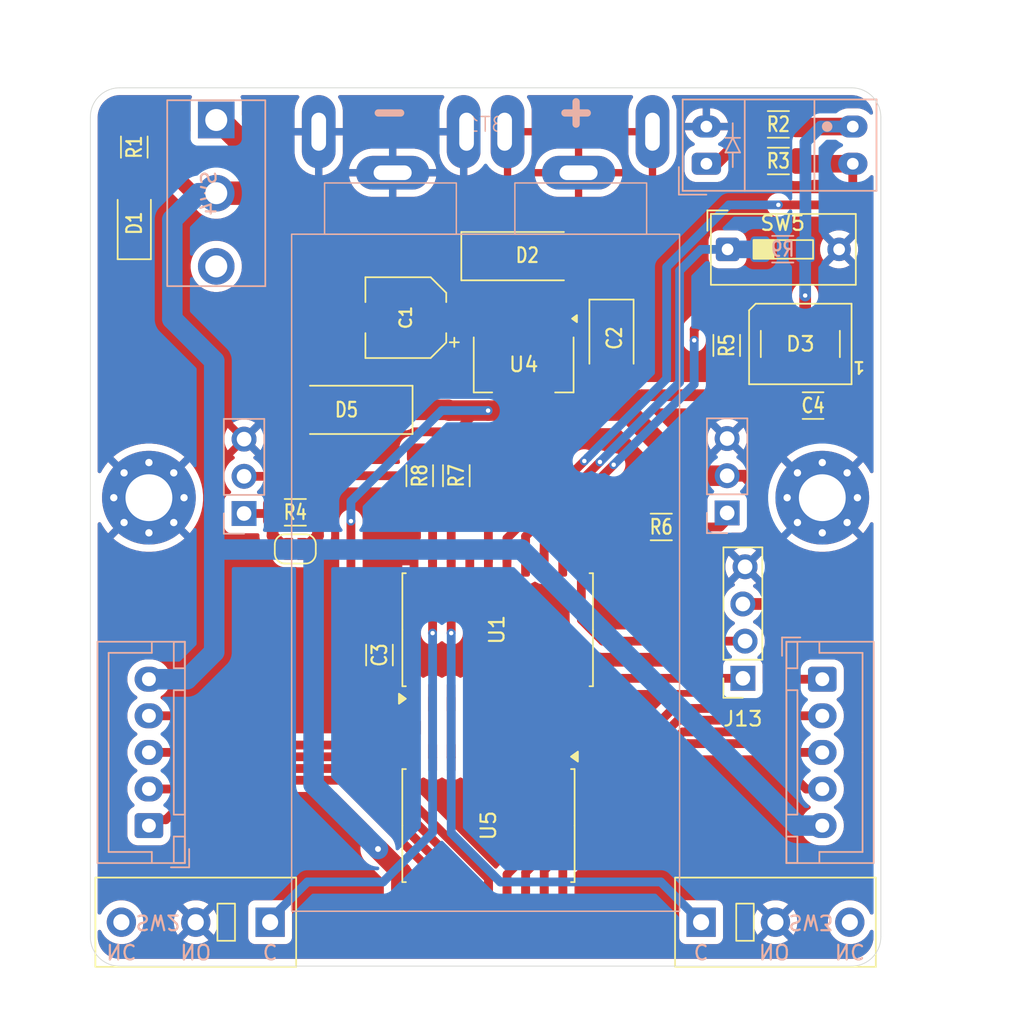
<source format=kicad_pcb>
(kicad_pcb (version 20241229) (generator "pcbnew") (generator_version "9.0")
  (layers (0 "F.Cu" signal) (2 "B.Cu" signal) (13 "F.Paste" user) (15 "B.Paste" user) (5 "F.SilkS" user "F.Silkscreen") (7 "B.SilkS" user "B.Silkscreen") (1 "F.Mask" user) (3 "B.Mask" user) (25 "Edge.Cuts" user))
  (net 0 "")
  (net 1 "+9V")
  (net 2 "GND")
  (net 3 "Net-(J1-Pin_1)")
  (net 4 "Net-(J1-Pin_4)")
  (net 5 "Net-(J1-Pin_2)")
  (net 6 "Net-(J1-Pin_3)")
  (net 7 "Net-(J2-Pin_3)")
  (net 8 "Net-(J2-Pin_4)")
  (net 9 "Net-(J2-Pin_2)")
  (net 10 "Net-(J2-Pin_1)")
  (net 11 "+5V")
  (net 13 "Net-(D1-A)")
  (net 14 "SCL")
  (net 15 "SDA")
  (net 16 "ULN-4")
  (net 17 "ULN-5")
  (net 18 "ULN-7")
  (net 19 "ULN-8")
  (net 20 "ULN-2")
  (net 21 "ULN-3")
  (net 22 "ULN-1")
  (net 23 "ULN-6")
  (net 25 "Net-(R2-Pad2)")
  (net 26 "Tirette")
  (net 27 "Net-(D3-DIN)")
  (net 28 "/UPDI")
  (net 29 "TEAM_COLOR")
  (net 30 "Net-(J3-Pin_1)")
  (net 31 "SERVO")
  (net 32 "RightSensor")
  (net 33 "LeftSensor")
  (net 34 "ColorSelector")
  (net 35 "Net-(J5-Pin_1)")
  (net 36 "Net-(D5-A)")
  (net 37 "+BATT")
  (footprint "Resistor_SMD:R_1206_3216Metric_Pad1.30x1.75mm_HandSolder" (layer "F.Cu") (at 75.5 83.5 90)
    (property "Reference" "R8" (at 0 0 90) (layer "F.SilkS") (effects (font (size 1 0.8))))
    (property "Value" "10k")
    (pad "1" smd roundrect (at -1.550001 0 90) (size 1.3 1.75) (layers "F.Cu" "F.Mask" "F.Paste") (roundrect_rratio 0.192308) (net 33 "LeftSensor"))
    (pad "2" smd roundrect (at 1.550001 0 90) (size 1.3 1.75) (layers "F.Cu" "F.Mask" "F.Paste") (roundrect_rratio 0.192308) (net 11 "+5V"))
  )
  (footprint "Resistor_SMD:R_1206_3216Metric_Pad1.30x1.75mm_HandSolder" (layer "F.Cu") (at 100 62)
    (property "Reference" "R3" (at 0 0 0) (layer "F.SilkS") (effects (font (size 1 0.8))))
    (property "Value" "R_Small")
    (pad "1" smd roundrect (at -1.55 0) (size 1.3 1.75) (layers "F.Cu" "F.Mask" "F.Paste") (roundrect_rratio 0.192308) (net 2 "GND"))
    (pad "2" smd roundrect (at 1.55 0) (size 1.3 1.75) (layers "F.Cu" "F.Mask" "F.Paste") (roundrect_rratio 0.192308) (net 26 "Tirette"))
  )
  (footprint "Diode_SMD:D_SMA_Handsoldering" (layer "F.Cu") (at 70.5 79 180)
    (property "Reference" "D5" (at 0 0 0) (layer "F.SilkS") (effects (font (size 1 0.8))))
    (property "Value" "SS14")
    (pad "1" smd roundrect (at -2.5 0 180) (size 3.5 1.8) (layers "F.Cu" "F.Mask" "F.Paste") (roundrect_rratio 0.1388888889) (net 11 "+5V"))
    (pad "2" smd roundrect (at 2.5 0 180) (size 3.5 1.8) (layers "F.Cu" "F.Mask" "F.Paste") (roundrect_rratio 0.1388888889) (net 36 "Net-(D5-A)"))
  )
  (footprint "Package_SO:SOIC-18W_7.5x11.6mm_P1.27mm" (layer "F.Cu") (at 80.195 107.4 -90)
    (property "Reference" "U5" (at 0 0 90) (layer "F.SilkS"))
    (property "Value" "ULN2803A")
    (pad "1" smd roundrect (at -4.65 -5.08 270) (size 2.05 0.6) (layers "F.Cu" "F.Mask" "F.Paste") (net 22 "ULN-1"))
    (pad "2" smd roundrect (at -4.65 -3.81 270) (size 2.05 0.6) (layers "F.Cu" "F.Mask" "F.Paste") (net 20 "ULN-2"))
    (pad "3" smd roundrect (at -4.65 -2.54 270) (size 2.05 0.6) (layers "F.Cu" "F.Mask" "F.Paste") (net 21 "ULN-3"))
    (pad "4" smd roundrect (at -4.65 -1.27 270) (size 2.05 0.6) (layers "F.Cu" "F.Mask" "F.Paste") (net 16 "ULN-4"))
    (pad "5" smd roundrect (at -4.650001 0 270) (size 2.05 0.6) (layers "F.Cu" "F.Mask" "F.Paste") (net 17 "ULN-5"))
    (pad "6" smd roundrect (at -4.65 1.27 270) (size 2.05 0.6) (layers "F.Cu" "F.Mask" "F.Paste") (net 23 "ULN-6"))
    (pad "7" smd roundrect (at -4.65 2.54 270) (size 2.05 0.6) (layers "F.Cu" "F.Mask" "F.Paste") (net 18 "ULN-7"))
    (pad "8" smd roundrect (at -4.65 3.81 270) (size 2.05 0.6) (layers "F.Cu" "F.Mask" "F.Paste") (net 19 "ULN-8"))
    (pad "9" smd roundrect (at -4.65 5.08 270) (size 2.05 0.6) (layers "F.Cu" "F.Mask" "F.Paste") (net 2 "GND"))
    (pad "10" smd roundrect (at 4.65 5.08 270) (size 2.05 0.6) (layers "F.Cu" "F.Mask" "F.Paste") (net 1 "+9V"))
    (pad "11" smd roundrect (at 4.65 3.81 270) (size 2.05 0.6) (layers "F.Cu" "F.Mask" "F.Paste") (net 3 "Net-(J1-Pin_1)"))
    (pad "12" smd roundrect (at 4.65 2.54 270) (size 2.05 0.6) (layers "F.Cu" "F.Mask" "F.Paste") (net 5 "Net-(J1-Pin_2)"))
    (pad "13" smd roundrect (at 4.65 1.27 270) (size 2.05 0.6) (layers "F.Cu" "F.Mask" "F.Paste") (net 6 "Net-(J1-Pin_3)"))
    (pad "14" smd roundrect (at 4.650001 0 270) (size 2.05 0.6) (layers "F.Cu" "F.Mask" "F.Paste") (net 4 "Net-(J1-Pin_4)"))
    (pad "15" smd roundrect (at 4.65 -1.27 270) (size 2.05 0.6) (layers "F.Cu" "F.Mask" "F.Paste") (net 10 "Net-(J2-Pin_1)"))
    (pad "16" smd roundrect (at 4.65 -2.54 270) (size 2.05 0.6) (layers "F.Cu" "F.Mask" "F.Paste") (net 9 "Net-(J2-Pin_2)"))
    (pad "17" smd roundrect (at 4.65 -3.81 270) (size 2.05 0.6) (layers "F.Cu" "F.Mask" "F.Paste") (net 7 "Net-(J2-Pin_3)"))
    (pad "18" smd roundrect (at 4.65 -5.08 270) (size 2.05 0.6) (layers "F.Cu" "F.Mask" "F.Paste") (net 8 "Net-(J2-Pin_4)"))
  )
  (footprint "Resistor_SMD:R_1206_3216Metric_Pad1.30x1.75mm_HandSolder" (layer "F.Cu") (at 96.47 74.6 -90)
    (property "Reference" "R5" (at 0 0 90) (layer "F.SilkS") (effects (font (size 1 0.8))))
    (property "Value" "220")
    (pad "1" smd roundrect (at -1.55 0 270) (size 1.3 1.75) (layers "F.Cu" "F.Mask" "F.Paste") (roundrect_rratio 0.192308) (net 29 "TEAM_COLOR"))
    (pad "2" smd roundrect (at 1.55 0 270) (size 1.3 1.75) (layers "F.Cu" "F.Mask" "F.Paste") (roundrect_rratio 0.192308) (net 27 "Net-(D3-DIN)"))
  )
  (footprint "Resistor_SMD:R_1206_3216Metric_Pad1.30x1.75mm_HandSolder" (layer "F.Cu") (at 56 61.049999 -90)
    (property "Reference" "R1" (at 0 0 90) (layer "F.SilkS") (effects (font (size 1 0.8))))
    (property "Value" "R_Small")
    (pad "1" smd roundrect (at -1.550001 0 270) (size 1.3 1.75) (layers "F.Cu" "F.Mask" "F.Paste") (roundrect_rratio 0.192308) (net 1 "+9V"))
    (pad "2" smd roundrect (at 1.550001 0 270) (size 1.3 1.75) (layers "F.Cu" "F.Mask" "F.Paste") (roundrect_rratio 0.192308) (net 13 "Net-(D1-A)"))
  )
  (footprint "Resistor_SMD:R_1206_3216Metric_Pad1.30x1.75mm_HandSolder" (layer "F.Cu") (at 78 83.5 90)
    (property "Reference" "R7" (at 0 0 90) (layer "F.SilkS") (effects (font (size 1 0.8))))
    (property "Value" "10k")
    (pad "1" smd roundrect (at -1.550001 0 90) (size 1.3 1.75) (layers "F.Cu" "F.Mask" "F.Paste") (roundrect_rratio 0.192308) (net 32 "RightSensor"))
    (pad "2" smd roundrect (at 1.550001 0 90) (size 1.3 1.75) (layers "F.Cu" "F.Mask" "F.Paste") (roundrect_rratio 0.192308) (net 11 "+5V"))
  )
  (footprint "LED_SMD:LED_1206_3216Metric_Pad1.42x1.75mm_HandSolder" (layer "F.Cu") (at 56 66.249999 90)
    (property "Reference" "D1" (at 0 0 90) (layer "F.SilkS") (effects (font (size 1 0.8))))
    (property "Value" "LED_Small")
    (pad "1" smd roundrect (at -1.4875 0 90) (size 1.425 1.75) (layers "F.Cu" "F.Mask" "F.Paste") (roundrect_rratio 0.175439) (net 2 "GND"))
    (pad "2" smd roundrect (at 1.4875 0 90) (size 1.425 1.75) (layers "F.Cu" "F.Mask" "F.Paste") (roundrect_rratio 0.175439) (net 13 "Net-(D1-A)"))
  )
  (footprint "MountingHole:MountingHole_3.2mm_M3_Pad_Via" (layer "F.Cu") (at 103 85)
    (property "Reference" "H1" (hide yes))
    (property "Value" "MountingHole_Pad")
    (pad "1" thru_hole circle (at -2.4 0) (size 0.8 0.8) (drill 0.5) (layers "*.Cu" "*.Mask") (net 2 "GND"))
    (pad "1" thru_hole circle (at -1.697056 -1.697056) (size 0.8 0.8) (drill 0.5) (layers "*.Cu" "*.Mask") (net 2 "GND"))
    (pad "1" thru_hole circle (at -1.697056 1.697056) (size 0.8 0.8) (drill 0.5) (layers "*.Cu" "*.Mask") (net 2 "GND"))
    (pad "1" thru_hole circle (at 0 -2.4) (size 0.8 0.8) (drill 0.5) (layers "*.Cu" "*.Mask") (net 2 "GND"))
    (pad "1" thru_hole circle (at 0 0) (size 6.4 6.4) (drill 3.2) (layers "*.Cu" "*.Mask") (net 2 "GND"))
    (pad "1" thru_hole circle (at 0 2.4) (size 0.8 0.8) (drill 0.5) (layers "*.Cu" "*.Mask") (net 2 "GND"))
    (pad "1" thru_hole circle (at 1.697056 -1.697056) (size 0.8 0.8) (drill 0.5) (layers "*.Cu" "*.Mask") (net 2 "GND"))
    (pad "1" thru_hole circle (at 1.697056 1.697056) (size 0.8 0.8) (drill 0.5) (layers "*.Cu" "*.Mask") (net 2 "GND"))
    (pad "1" thru_hole circle (at 2.4 0) (size 0.8 0.8) (drill 0.5) (layers "*.Cu" "*.Mask") (net 2 "GND"))
  )
  (footprint "Button_Switch_THT:SW_DIP_SPSTx01_Slide_9.78x4.72mm_W7.62mm_P2.54mm" (layer "F.Cu") (at 96.530119 68.037319)
    (property "Reference" "SW5" (at 3.7675 -1.787319 0) (layer "F.SilkS"))
    (property "Value" "SW_DIP_x01")
    (pad "1" thru_hole roundrect (at 0 0) (size 1.6 1.6) (drill 0.8) (layers "*.Cu" "*.Mask") (roundrect_rratio 0.15625) (net 34 "ColorSelector"))
    (pad "2" thru_hole circle (at 7.62 0) (size 1.6 1.6) (drill 0.8) (layers "*.Cu" "*.Mask") (net 2 "GND"))
  )
  (footprint "Resistor_SMD:R_1206_3216Metric_Pad1.30x1.75mm_HandSolder" (layer "F.Cu") (at 92 87)
    (property "Reference" "R6" (at 0 0 0) (layer "F.SilkS") (effects (font (size 1 0.8))))
    (property "Value" "220")
    (pad "1" smd roundrect (at -1.550001 0) (size 1.3 1.75) (layers "F.Cu" "F.Mask" "F.Paste") (roundrect_rratio 0.192308) (net 31 "SERVO"))
    (pad "2" smd roundrect (at 1.550001 0) (size 1.3 1.75) (layers "F.Cu" "F.Mask" "F.Paste") (roundrect_rratio 0.192308) (net 30 "Net-(J3-Pin_1)"))
  )
  (footprint "Capacitor_SMD:C_1206_3216Metric_Pad1.33x1.80mm_HandSolder" (layer "F.Cu") (at 72.75 95.75 90)
    (property "Reference" "C3" (at 0 0 90) (layer "F.SilkS") (effects (font (size 1 0.8))))
    (property "Value" "C_Small")
    (pad "1" smd roundrect (at -1.5625 0 90) (size 1.325 1.8) (layers "F.Cu" "F.Mask" "F.Paste") (roundrect_rratio 0.188679) (net 11 "+5V"))
    (pad "2" smd roundrect (at 1.5625 0 90) (size 1.325 1.8) (layers "F.Cu" "F.Mask" "F.Paste") (roundrect_rratio 0.188679) (net 2 "GND"))
  )
  (footprint "Button_Switch_THT:SW_XKB_DM1-16UP-1" (layer "F.Cu") (at 94.720001 114)
    (property "Reference" "SW3" (at 7.5 0 180) (layer "B.SilkS") (effects (justify mirror)))
    (property "Value" "Right")
    (fp_text user "NC" (at 10.159999 2 180) (layer "B.SilkS") (effects (justify mirror)))
    (fp_text user "NO" (at 4.999999 2 180) (layer "B.SilkS") (effects (justify mirror)))
    (fp_text user "C" (at 0 2.000001 180) (layer "B.SilkS") (effects (justify mirror)))
    (pad "1" thru_hole rect (at 0 0) (size 2 2) (drill 1.1) (layers "*.Cu" "*.Mask") (net 32 "RightSensor"))
    (pad "2" thru_hole circle (at 5.079999 0) (size 2 2) (drill 1.1) (layers "*.Cu" "*.Mask") (net 2 "GND"))
    (pad "3" thru_hole circle (at 10.16 0) (size 2 2) (drill 1.1) (layers "*.Cu" "*.Mask"))
  )
  (footprint "Capacitor_SMD:C_1206_3216Metric_Pad1.33x1.80mm_HandSolder" (layer "F.Cu") (at 102.37 78.71 180)
    (property "Reference" "C4" (at 0 0 0) (layer "F.SilkS") (effects (font (size 1 0.8))))
    (property "Value" "C_Small")
    (pad "1" smd roundrect (at -1.5625 0 180) (size 1.325 1.8) (layers "F.Cu" "F.Mask" "F.Paste") (roundrect_rratio 0.188679) (net 11 "+5V"))
    (pad "2" smd roundrect (at 1.5625 0 180) (size 1.325 1.8) (layers "F.Cu" "F.Mask" "F.Paste") (roundrect_rratio 0.188679) (net 2 "GND"))
  )
  (footprint "MountingHole:MountingHole_3.2mm_M3_Pad_Via" (layer "F.Cu") (at 57 85)
    (property "Reference" "H2" (hide yes))
    (property "Value" "MountingHole_Pad")
    (pad "1" thru_hole circle (at -2.4 0) (size 0.8 0.8) (drill 0.5) (layers "*.Cu" "*.Mask") (net 2 "GND"))
    (pad "1" thru_hole circle (at -1.697056 -1.697056) (size 0.8 0.8) (drill 0.5) (layers "*.Cu" "*.Mask") (net 2 "GND"))
    (pad "1" thru_hole circle (at -1.697056 1.697056) (size 0.8 0.8) (drill 0.5) (layers "*.Cu" "*.Mask") (net 2 "GND"))
    (pad "1" thru_hole circle (at 0 -2.4) (size 0.8 0.8) (drill 0.5) (layers "*.Cu" "*.Mask") (net 2 "GND"))
    (pad "1" thru_hole circle (at 0 0) (size 6.4 6.4) (drill 3.2) (layers "*.Cu" "*.Mask") (net 2 "GND"))
    (pad "1" thru_hole circle (at 0 2.4) (size 0.8 0.8) (drill 0.5) (layers "*.Cu" "*.Mask") (net 2 "GND"))
    (pad "1" thru_hole circle (at 1.697056 -1.697056) (size 0.8 0.8) (drill 0.5) (layers "*.Cu" "*.Mask") (net 2 "GND"))
    (pad "1" thru_hole circle (at 1.697056 1.697056) (size 0.8 0.8) (drill 0.5) (layers "*.Cu" "*.Mask") (net 2 "GND"))
    (pad "1" thru_hole circle (at 2.4 0) (size 0.8 0.8) (drill 0.5) (layers "*.Cu" "*.Mask") (net 2 "GND"))
  )
  (footprint "Connector_PinSocket_2.54mm:PinSocket_1x04_P2.54mm_Vertical" (layer "F.Cu") (at 97.575 97.34 180)
    (property "Reference" "J13" (at 0 -2.77 0) (layer "F.SilkS"))
    (property "Value" "OLED")
    (pad "1" thru_hole rect (at 0 0 180) (size 1.7 1.7) (drill 1) (layers "*.Cu" "*.Mask") (net 15 "SDA"))
    (pad "2" thru_hole circle (at -0.15 2.54 180) (size 1.7 1.7) (drill 1) (layers "*.Cu" "*.Mask") (net 14 "SCL"))
    (pad "3" thru_hole circle (at 0 5.079999 180) (size 1.7 1.7) (drill 1) (layers "*.Cu" "*.Mask") (net 11 "+5V"))
    (pad "4" thru_hole circle (at -0.15 7.62 180) (size 1.7 1.7) (drill 1) (layers "*.Cu" "*.Mask") (net 2 "GND"))
  )
  (footprint "Jumper:SolderJumper-2_P1.3mm_Open_RoundedPad1.0x1.5mm" (layer "F.Cu") (at 67 88.5 180)
    (property "Reference" "JP1" (hide yes))
    (property "Value" "Jumper_2_Small_Open" (hide yes))
    (pad "1" smd custom (at -0.649999 0 180) (size 1 0.5) (layers "F.Cu" "F.Mask") (net 28 "/UPDI") (options (clearance outline) (anchor rect)) (primitives (gr_circle (center 0 0.25) (end 0.5 0.25) (width 0) (fill yes)) (gr_circle (center 0 -0.25) (end 0.5 -0.25) (width 0) (fill yes)) (gr_poly (pts (xy 0.5 0.75) (xy 0 0.75) (xy 0 -0.75) (xy 0.5 -0.75)) (width 0) (fill yes))))
    (pad "2" smd custom (at 0.649999 0 180) (size 1 0.5) (layers "F.Cu" "F.Mask") (net 35 "Net-(J5-Pin_1)") (options (clearance outline) (anchor rect)) (primitives (gr_circle (center 0 0.25) (end 0.5 0.25) (width 0) (fill yes)) (gr_circle (center 0 -0.25) (end 0.5 -0.25) (width 0) (fill yes)) (gr_poly (pts (xy 0 0.75) (xy -0.5 0.75) (xy -0.5 -0.75) (xy 0 -0.75)) (width 0) (fill yes))))
  )
  (footprint "Capacitor_SMD:CP_Elec_5x5.4" (layer "F.Cu") (at 74.55 72.7 180)
    (property "Reference" "C1" (at 0.004204 0.004687 90) (layer "F.SilkS") (effects (font (size 0.8 0.8))))
    (property "Value" "10uF")
    (pad "1" smd roundrect (at -2.2 0 180) (size 3 1.6) (layers "F.Cu" "F.Mask" "F.Paste") (roundrect_rratio 0.15625) (net 1 "+9V"))
    (pad "2" smd roundrect (at 2.2 0 180) (size 3 1.6) (layers "F.Cu" "F.Mask" "F.Paste") (roundrect_rratio 0.15625) (net 2 "GND"))
  )
  (footprint "Button_Switch_THT:SW_XKB_DM1-16UP-1" (layer "F.Cu") (at 65.279999 114 180)
    (property "Reference" "SW2" (at 7.66 0 180) (layer "B.SilkS") (effects (justify mirror)))
    (property "Value" "Left")
    (fp_text user "NO" (at 5.08 -2 180) (layer "B.SilkS") (effects (justify mirror)))
    (fp_text user "NC" (at 10.159999 -2 180) (layer "B.SilkS") (effects (justify mirror)))
    (fp_text user "C" (at 0 -2.000001 180) (layer "B.SilkS") (effects (justify mirror)))
    (pad "1" thru_hole rect (at 0 0 180) (size 2 2) (drill 1.1) (layers "*.Cu" "*.Mask") (net 33 "LeftSensor"))
    (pad "2" thru_hole circle (at 5.079999 0 180) (size 2 2) (drill 1.1) (layers "*.Cu" "*.Mask") (net 2 "GND"))
    (pad "3" thru_hole circle (at 10.16 0 180) (size 2 2) (drill 1.1) (layers "*.Cu" "*.Mask"))
  )
  (footprint "Package_TO_SOT_SMD:SOT-223-3_TabPin2" (layer "F.Cu") (at 82.6 75.9 -90)
    (property "Reference" "U4" (at 0 0.000001 180) (layer "F.SilkS"))
    (property "Value" "AMS1117-5.0")
    (pad "1" smd roundrect (at -3.15 -2.3 270) (size 2 1.5) (layers "F.Cu" "F.Mask" "F.Paste") (net 2 "GND"))
    (pad "2" smd roundrect (at -3.149999 0 270) (size 2 1.5) (layers "F.Cu" "F.Mask" "F.Paste") (net 11 "+5V"))
    (pad "2" smd roundrect (at 3.149999 0 270) (size 2 3.8) (layers "F.Cu" "F.Mask" "F.Paste") (net 11 "+5V"))
    (pad "3" smd roundrect (at -3.15 2.3 270) (size 2 1.5) (layers "F.Cu" "F.Mask" "F.Paste") (net 1 "+9V"))
  )
  (footprint "Resistor_SMD:R_1206_3216Metric_Pad1.30x1.75mm_HandSolder" (layer "F.Cu") (at 67 86 180)
    (property "Reference" "R4" (at 0 0 0) (layer "F.SilkS") (effects (font (size 1 0.8))))
    (property "Value" "4R7-470R")
    (pad "1" smd roundrect (at -1.550001 0 180) (size 1.3 1.75) (layers "F.Cu" "F.Mask" "F.Paste") (roundrect_rratio 0.192308) (net 28 "/UPDI"))
    (pad "2" smd roundrect (at 1.550001 0 180) (size 1.3 1.75) (layers "F.Cu" "F.Mask" "F.Paste") (roundrect_rratio 0.192308) (net 35 "Net-(J5-Pin_1)"))
  )
  (footprint "LED_SMD:LED_WS2812B_PLCC4_5.0x5.0mm_P3.2mm" (layer "F.Cu") (at 101.5 74.5 180)
    (property "Reference" "D3" (at 0 0 0) (layer "F.SilkS"))
    (property "Value" "WS2812B")
    (fp_text user "1" (at -4 -1.6 180) (layer "F.SilkS") (effects (font (size 0.8 0.8))))
    (pad "1" smd roundrect (at -2.45 -1.65 180) (size 1.5 0.9) (layers "F.Cu" "F.Mask" "F.Paste") (roundrect_rratio 0.1) (net 11 "+5V"))
    (pad "2" smd roundrect (at -2.45 1.65 180) (size 1.5 0.9) (layers "F.Cu" "F.Mask" "F.Paste") (roundrect_rratio 0.1))
    (pad "3" smd roundrect (at 2.45 1.65 180) (size 1.5 0.9) (layers "F.Cu" "F.Mask" "F.Paste") (roundrect_rratio 0.1) (net 2 "GND"))
    (pad "4" smd roundrect (at 2.45 -1.65 180) (size 1.5 0.9) (layers "F.Cu" "F.Mask" "F.Paste") (roundrect_rratio 0.1) (net 27 "Net-(D3-DIN)"))
  )
  (footprint "Resistor_SMD:R_1206_3216Metric_Pad1.30x1.75mm_HandSolder" (layer "F.Cu") (at 100 59.5 180)
    (property "Reference" "R2" (at 0 0 0) (layer "F.SilkS") (effects (font (size 1 0.8))))
    (property "Value" "R_Small")
    (pad "1" smd roundrect (at -1.550001 0 180) (size 1.3 1.75) (layers "F.Cu" "F.Mask" "F.Paste") (roundrect_rratio 0.192308) (net 11 "+5V"))
    (pad "2" smd roundrect (at 1.550001 0 180) (size 1.3 1.75) (layers "F.Cu" "F.Mask" "F.Paste") (roundrect_rratio 0.192308) (net 25 "Net-(R2-Pad2)"))
  )
  (footprint "Capacitor_Tantalum_SMD:CP_EIA-3528-12_Kemet-T_Pad1.50x2.35mm_HandSolder" (layer "F.Cu") (at 88.6 74.1 -90)
    (property "Reference" "C2" (at 0 -0.2 90) (layer "F.SilkS") (effects (font (size 1 0.8))))
    (property "Value" "22uF")
    (pad "1" smd roundrect (at -1.625001 0 270) (size 1.5 2.35) (layers "F.Cu" "F.Mask" "F.Paste") (roundrect_rratio 0.166667) (net 11 "+5V"))
    (pad "2" smd roundrect (at 1.625001 0 270) (size 1.5 2.35) (layers "F.Cu" "F.Mask" "F.Paste") (roundrect_rratio 0.166667) (net 2 "GND"))
  )
  (footprint "Package_SO:SOIC-20W_7.5x12.8mm_P1.27mm" (layer "F.Cu") (at 80.825 94.02 90)
    (property "Reference" "U1" (at 0 -0.055 90) (layer "F.SilkS"))
    (property "Value" "ATtiny3226-S")
    (pad "1" smd roundrect (at -4.65 -5.715 90) (size 2.05 0.6) (layers "F.Cu" "F.Mask" "F.Paste") (net 11 "+5V"))
    (pad "2" smd roundrect (at -4.65 -4.445 90) (size 2.05 0.6) (layers "F.Cu" "F.Mask" "F.Paste") (net 19 "ULN-8"))
    (pad "3" smd roundrect (at -4.650001 -3.175 90) (size 2.05 0.6) (layers "F.Cu" "F.Mask" "F.Paste") (net 18 "ULN-7"))
    (pad "4" smd roundrect (at -4.65 -1.905 90) (size 2.05 0.6) (layers "F.Cu" "F.Mask" "F.Paste") (net 23 "ULN-6"))
    (pad "5" smd roundrect (at -4.65 -0.635 90) (size 2.05 0.6) (layers "F.Cu" "F.Mask" "F.Paste") (net 17 "ULN-5"))
    (pad "6" smd roundrect (at -4.65 0.635 90) (size 2.05 0.6) (layers "F.Cu" "F.Mask" "F.Paste") (net 16 "ULN-4"))
    (pad "7" smd roundrect (at -4.65 1.905 90) (size 2.05 0.6) (layers "F.Cu" "F.Mask" "F.Paste") (net 21 "ULN-3"))
    (pad "8" smd roundrect (at -4.650001 3.175 90) (size 2.05 0.6) (layers "F.Cu" "F.Mask" "F.Paste") (net 20 "ULN-2"))
    (pad "9" smd roundrect (at -4.65 4.445 90) (size 2.05 0.6) (layers "F.Cu" "F.Mask" "F.Paste") (net 22 "ULN-1"))
    (pad "10" smd roundrect (at -4.65 5.715 90) (size 2.05 0.6) (layers "F.Cu" "F.Mask" "F.Paste") (net 15 "SDA"))
    (pad "11" smd roundrect (at 4.65 5.715 90) (size 2.05 0.6) (layers "F.Cu" "F.Mask" "F.Paste") (net 14 "SCL"))
    (pad "12" smd roundrect (at 4.65 4.445 90) (size 2.05 0.6) (layers "F.Cu" "F.Mask" "F.Paste") (net 31 "SERVO"))
    (pad "13" smd roundrect (at 4.650001 3.175 90) (size 2.05 0.6) (layers "F.Cu" "F.Mask" "F.Paste") (net 29 "TEAM_COLOR"))
    (pad "14" smd roundrect (at 4.65 1.905 90) (size 2.05 0.6) (layers "F.Cu" "F.Mask" "F.Paste") (net 34 "ColorSelector"))
    (pad "15" smd roundrect (at 4.65 0.635 90) (size 2.05 0.6) (layers "F.Cu" "F.Mask" "F.Paste") (net 26 "Tirette"))
    (pad "16" smd roundrect (at 4.65 -0.635 90) (size 2.05 0.6) (layers "F.Cu" "F.Mask" "F.Paste") (net 28 "/UPDI"))
    (pad "17" smd roundrect (at 4.65 -1.905 90) (size 2.05 0.6) (layers "F.Cu" "F.Mask" "F.Paste"))
    (pad "18" smd roundrect (at 4.650001 -3.175 90) (size 2.05 0.6) (layers "F.Cu" "F.Mask" "F.Paste") (net 32 "RightSensor"))
    (pad "19" smd roundrect (at 4.65 -4.445 90) (size 2.05 0.6) (layers "F.Cu" "F.Mask" "F.Paste") (net 33 "LeftSensor"))
    (pad "20" smd roundrect (at 4.65 -5.715 90) (size 2.05 0.6) (layers "F.Cu" "F.Mask" "F.Paste") (net 2 "GND"))
  )
  (footprint "Diode_SMD:D_SMA_Handsoldering" (layer "F.Cu") (at 82.85 68.5)
    (property "Reference" "D2" (at 0 -0.057107 0) (layer "F.SilkS") (effects (font (size 1 0.8))))
    (property "Value" "D_Small")
    (pad "1" smd roundrect (at -2.5 0) (size 3.5 1.8) (layers "F.Cu" "F.Mask" "F.Paste") (roundrect_rratio 0.1388888889) (net 1 "+9V"))
    (pad "2" smd roundrect (at 2.5 0) (size 3.5 1.8) (layers "F.Cu" "F.Mask" "F.Paste") (roundrect_rratio 0.1388888889) (net 11 "+5V"))
  )
  (footprint "Connector_PinHeader_2.54mm:PinHeader_1x03_P2.54mm_Vertical" (layer "B.Cu") (at 96.5 86.04)
    (property "Reference" "J3" (hide yes))
    (property "Value" "MicroServo 2G")
    (pad "1" thru_hole rect (at 0 0) (size 1.7 1.7) (drill 1) (layers "*.Cu" "*.Mask") (net 30 "Net-(J3-Pin_1)"))
    (pad "2" thru_hole circle (at 0 -2.54) (size 1.7 1.7) (drill 1) (layers "*.Cu" "*.Mask") (net 11 "+5V"))
    (pad "3" thru_hole circle (at 0 -5.079999) (size 1.7 1.7) (drill 1) (layers "*.Cu" "*.Mask") (net 2 "GND"))
  )
  (footprint "OptoDevice:Everlight_ITR9608-F" (layer "B.Cu") (at 95.0825 62.1875)
    (property "Reference" "U2" (hide yes))
    (property "Value" "ITR9608-F")
    (pad "1" thru_hole roundrect (at 0 0 270) (size 1.5 2) (drill 0.8) (layers "*.Cu" "*.Mask") (roundrect_rratio 0.227) (net 25 "Net-(R2-Pad2)"))
    (pad "2" thru_hole oval (at 0 -2.54 270) (size 1.5 2) (drill 0.8) (layers "*.Cu" "*.Mask") (net 2 "GND"))
    (pad "3" thru_hole oval (at 10 -2.54 270) (size 1.5 2) (drill 0.8) (layers "*.Cu" "*.Mask") (net 11 "+5V"))
    (pad "4" thru_hole oval (at 10 0 270) (size 1.5 2) (drill 0.8) (layers "*.Cu" "*.Mask") (net 26 "Tirette"))
  )
  (footprint "Resistor_SMD:R_1206_3216Metric_Pad1.30x1.75mm_HandSolder" (layer "B.Cu") (at 100.297619 68.024819)
    (property "Reference" "R9" (at 0 0 0) (layer "B.SilkS") (effects (font (size 1 0.8)) (justify mirror)))
    (property "Value" "10k")
    (pad "1" smd roundrect (at -1.550001 0) (size 1.3 1.75) (layers "B.Cu" "B.Mask" "B.Paste") (roundrect_rratio 0.192308) (net 34 "ColorSelector"))
    (pad "2" smd roundrect (at 1.550001 0) (size 1.3 1.75) (layers "B.Cu" "B.Mask" "B.Paste") (roundrect_rratio 0.192308) (net 11 "+5V"))
  )
  (footprint "Switch:SK-12D10 1P2T" (layer "B.Cu") (at 61.6 64.2 -90)
    (property "Reference" "SW4" (at 0 0.499999 90) (layer "B.SilkS") (effects (justify mirror)))
    (property "Value" "SW_SPDT")
    (pad "1" thru_hole rect (at -5 0 270) (size 2.5 2.5) (drill 1.5) (layers "*.Cu" "*.Mask") (net 37 "+BATT"))
    (pad "2" thru_hole circle (at 0 0 270) (size 2.5 2.5) (drill 1.5) (layers "*.Cu" "*.Mask") (net 1 "+9V"))
    (pad "3" thru_hole circle (at 5 0 270) (size 2.5 2.5) (drill 1.5) (layers "*.Cu" "*.Mask"))
  )
  (footprint "Connector_JST:JST_XH_B5B-XH-A_1x05_P2.50mm_Vertical" (layer "B.Cu") (at 103 97.4 -90)
    (property "Reference" "J2" (hide yes))
    (property "Value" "Conn_01x05")
    (pad "1" thru_hole roundrect (at 0 0 270) (size 1.7 1.95) (drill 0.95) (layers "*.Cu" "*.Mask") (roundrect_rratio 0.147059) (net 10 "Net-(J2-Pin_1)"))
    (pad "2" thru_hole oval (at 2.5 0 270) (size 1.7 1.95) (drill 0.95) (layers "*.Cu" "*.Mask") (net 9 "Net-(J2-Pin_2)"))
    (pad "3" thru_hole oval (at 5 0 270) (size 1.7 1.95) (drill 0.95) (layers "*.Cu" "*.Mask") (net 7 "Net-(J2-Pin_3)"))
    (pad "4" thru_hole oval (at 7.5 0 270) (size 1.7 1.95) (drill 0.95) (layers "*.Cu" "*.Mask") (net 8 "Net-(J2-Pin_4)"))
    (pad "5" thru_hole oval (at 10 0 270) (size 1.7 1.95) (drill 0.95) (layers "*.Cu" "*.Mask") (net 1 "+9V"))
  )
  (footprint "Connector_JST:JST_XH_B5B-XH-A_1x05_P2.50mm_Vertical" (layer "B.Cu") (at 57 107.4 90)
    (property "Reference" "J1" (hide yes))
    (property "Value" "Conn_01x05")
    (pad "1" thru_hole roundrect (at 0 0 90) (size 1.7 1.95) (drill 0.95) (layers "*.Cu" "*.Mask") (roundrect_rratio 0.147059) (net 3 "Net-(J1-Pin_1)"))
    (pad "2" thru_hole oval (at 2.5 0 90) (size 1.7 1.95) (drill 0.95) (layers "*.Cu" "*.Mask") (net 5 "Net-(J1-Pin_2)"))
    (pad "3" thru_hole oval (at 5 0 90) (size 1.7 1.95) (drill 0.95) (layers "*.Cu" "*.Mask") (net 6 "Net-(J1-Pin_3)"))
    (pad "4" thru_hole oval (at 7.5 0 90) (size 1.7 1.95) (drill 0.95) (layers "*.Cu" "*.Mask") (net 4 "Net-(J1-Pin_4)"))
    (pad "5" thru_hole oval (at 10 0 90) (size 1.7 1.95) (drill 0.95) (layers "*.Cu" "*.Mask") (net 1 "+9V"))
  )
  (footprint "PCB-Mount-PP3-9V:9V-PP3" (layer "B.Cu") (at 80 60 180)
    (property "Reference" "BT1" (at 0 0.5 0) (layer "B.SilkS") (effects (font (thickness 0.1)) (justify mirror)))
    (property "Value" "9V-Battery")
    (fp_text user "-" (at 5 0.25 0) (layer "B.SilkS") (effects (font (size 2 2) (thickness 0.5) (bold yes)) (justify left bottom mirror)))
    (fp_text user "+" (at -7.75 0.25 0) (layer "B.SilkS") (effects (font (size 2 2) (thickness 0.5) (bold yes)) (justify left bottom mirror)))
    (pad "1" thru_hole oval (at -11.4 0 180) (size 2.3 5) (drill oval 1 2.6) (layers "*.Cu" "*.Mask") (net 37 "+BATT"))
    (pad "1" thru_hole oval (at -6.35 -2.8 90) (size 2.3 5) (drill oval 1 2.6) (layers "*.Cu" "*.Mask") (net 37 "+BATT"))
    (pad "1" thru_hole oval (at -1.3 0 180) (size 2.3 5) (drill oval 1 2.6 (offset -0.2 0)) (layers "*.Cu" "*.Mask") (net 37 "+BATT"))
    (pad "2" thru_hole oval (at 1.3 0 180) (size 2.3 5) (drill oval 1 2.6 (offset 0.2 0)) (layers "*.Cu" "*.Mask") (net 2 "GND"))
    (pad "2" thru_hole oval (at 6.35 -2.8 90) (size 2.3 5) (drill oval 1 2.6) (layers "*.Cu" "*.Mask") (net 2 "GND"))
    (pad "2" thru_hole oval (at 11.4 0 180) (size 2.3 5) (drill oval 1 2.6) (layers "*.Cu" "*.Mask") (net 2 "GND"))
  )
  (footprint "Connector_PinHeader_2.54mm:PinHeader_1x03_P2.54mm_Vertical" (layer "B.Cu") (at 63.5 86.08)
    (property "Reference" "J5" (hide yes))
    (property "Value" "UPDI")
    (pad "1" thru_hole rect (at 0 0) (size 1.7 1.7) (drill 1) (layers "*.Cu" "*.Mask") (net 35 "Net-(J5-Pin_1)"))
    (pad "2" thru_hole circle (at 0 -2.54) (size 1.7 1.7) (drill 1) (layers "*.Cu" "*.Mask") (net 36 "Net-(D5-A)"))
    (pad "3" thru_hole circle (at 0 -5.08) (size 1.7 1.7) (drill 1) (layers "*.Cu" "*.Mask") (net 2 "GND"))
  )
  (gr_line (start 107 59) (end 107 115) (stroke (width 0.05)) (layer "Edge.Cuts"))
  (gr_arc (start 105 57) (mid 106.414214 57.585786) (end 107 59) (stroke (width 0.05)) (layer "Edge.Cuts"))
  (gr_line (start 55 57) (end 105 57) (stroke (width 0.05)) (layer "Edge.Cuts"))
  (gr_line (start 53 115) (end 53 59) (stroke (width 0.05)) (layer "Edge.Cuts"))
  (gr_arc (start 55 117) (mid 53.585786 116.414214) (end 53 115) (stroke (width 0.05)) (layer "Edge.Cuts"))
  (gr_arc (start 107 115) (mid 106.414214 116.414214) (end 105 117) (stroke (width 0.05)) (layer "Edge.Cuts"))
  (gr_line (start 105 117) (end 55 117) (stroke (width 0.05)) (layer "Edge.Cuts"))
  (gr_arc (start 53 59) (mid 53.585786 57.585786) (end 55 57) (stroke (width 0.05)) (layer "Edge.Cuts"))
  (segment (start 60 64.2) (end 61.6 64.2) (width 1) (layer "F.Cu") (net 1))
  (segment (start 58.8 63) (end 60 64.2) (width 1) (layer "F.Cu") (net 1))
  (segment (start 76.8 72.75) (end 76.75 72.7) (width 1.4) (layer "F.Cu") (net 1))
  (segment (start 80.3 72.75) (end 76.8 72.75) (width 1.4) (layer "F.Cu") (net 1))
  (segment (start 67.9 68.5) (end 63.6 64.2) (width 1.6) (layer "F.Cu") (net 1))
  (segment (start 80.3 68.55) (end 80.35 68.5) (width 1.4) (layer "F.Cu") (net 1))
  (segment (start 80.35 68.5) (end 67.9 68.5) (width 1.6) (layer "F.Cu") (net 1))
  (segment (start 74.25 112.25) (end 74.25 110.6) (width 1.4) (layer "F.Cu") (net 1))
  (segment (start 74.25 110.6) (end 72.65 109) (width 1.4) (layer "F.Cu") (net 1))
  (segment (start 58.8 60.6) (end 58.8 63) (width 1) (layer "F.Cu") (net 1))
  (segment (start 63.6 64.2) (end 61.6 64.2) (width 1.6) (layer "F.Cu") (net 1))
  (segment (start 56 59.499998) (end 57.699998 59.499998) (width 1) (layer "F.Cu") (net 1))
  (segment (start 57.699998 59.499998) (end 58.8 60.6) (width 1) (layer "F.Cu") (net 1))
  (segment (start 80.3 72.75) (end 80.3 68.55) (width 1.4) (layer "F.Cu") (net 1))
  (via (at 72.65 109) (size 1.2) (drill 0.4) (layers "F.Cu" "B.Cu") (net 1))
  (segment (start 61.46 88.54) (end 61.46 95.54) (width 1.4) (layer "B.Cu") (net 1))
  (segment (start 68.25 104.6) (end 68.25 88.54) (width 1.4) (layer "B.Cu") (net 1))
  (segment (start 58.6 66) (end 60.4 64.2) (width 1.4) (layer "B.Cu") (net 1))
  (segment (start 68.25 88.54) (end 82.44 88.54) (width 1.4) (layer "B.Cu") (net 1))
  (segment (start 61.46 75.66) (end 58.6 72.8) (width 1.4) (layer "B.Cu") (net 1))
  (segment (start 61.46 95.54) (end 59.6 97.4) (width 1.4) (layer "B.Cu") (net 1))
  (segment (start 61.46 88.54) (end 61.46 75.66) (width 1.4) (layer "B.Cu") (net 1))
  (segment (start 101.3 107.4) (end 103 107.4) (width 1.4) (layer "B.Cu") (net 1))
  (segment (start 58.6 72.8) (end 58.6 66) (width 1.4) (layer "B.Cu") (net 1))
  (segment (start 61.46 88.54) (end 68.25 88.54) (width 1.4) (layer "B.Cu") (net 1))
  (segment (start 82.44 88.54) (end 101.3 107.4) (width 1.4) (layer "B.Cu") (net 1))
  (segment (start 72.65 109) (end 68.25 104.6) (width 1.4) (layer "B.Cu") (net 1))
  (segment (start 60.4 64.2) (end 61.6 64.2) (width 1.4) (layer "B.Cu") (net 1))
  (segment (start 59.6 97.4) (end 57 97.4) (width 1.4) (layer "B.Cu") (net 1))
  (segment (start 76.385 110.61336) (end 70.07264 104.301) (width 0.6) (layer "F.Cu") (net 3))
  (segment (start 58.155496 107) (end 57.2 107) (width 0.6) (layer "F.Cu") (net 3))
  (segment (start 57 107.2) (end 57 107.4) (width 0.6) (layer "F.Cu") (net 3))
  (segment (start 57.2 107) (end 57 107.2) (width 0.6) (layer "F.Cu") (net 3))
  (segment (start 70.07264 104.301) (end 60.854496 104.301) (width 0.6) (layer "F.Cu") (net 3))
  (segment (start 60.854496 104.301) (end 58.155496 107) (width 0.6) (layer "F.Cu") (net 3))
  (segment (start 76.385 112.05) (end 76.385 110.61336) (width 0.6) (layer "F.Cu") (net 3))
  (segment (start 57 99.7) (end 57 99.9) (width 0.6) (layer "F.Cu") (net 4))
  (segment (start 80.195 112.050001) (end 80.195 111.025004) (width 0.6) (layer "F.Cu") (net 4))
  (segment (start 80.195 111.025004) (end 71.067996 101.898) (width 0.6) (layer "F.Cu") (net 4))
  (segment (start 58.548849 99.9) (end 57.2 99.9) (width 0.6) (layer "F.Cu") (net 4))
  (segment (start 71.067996 101.898) (end 60.546849 101.898) (width 0.6) (layer "F.Cu") (net 4))
  (segment (start 80.195 111.025002) (end 80.195 112.050001) (width 0.6) (layer "F.Cu") (net 4))
  (segment (start 60.546849 101.898) (end 58.548849 99.9) (width 0.6) (layer "F.Cu") (net 4))
  (segment (start 57.2 99.9) (end 57 99.7) (width 0.6) (layer "F.Cu") (net 4))
  (segment (start 70.404426 103.5) (end 60.5 103.5) (width 0.6) (layer "F.Cu") (net 5))
  (segment (start 57.2 104.9) (end 57 104.7) (width 0.6) (layer "F.Cu") (net 5))
  (segment (start 57 104.7) (end 57 104.9) (width 0.6) (layer "F.Cu") (net 5))
  (segment (start 60.5 103.5) (end 59.1 104.9) (width 0.6) (layer "F.Cu") (net 5))
  (segment (start 77.655 110.750574) (end 70.404426 103.5) (width 0.6) (layer "F.Cu") (net 5))
  (segment (start 77.655 112.05) (end 77.655 110.750574) (width 0.6) (layer "F.Cu") (net 5))
  (segment (start 59.1 104.9) (end 57.2 104.9) (width 0.6) (layer "F.Cu") (net 5))
  (segment (start 57.2 102.4) (end 57 102.2) (width 0.6) (layer "F.Cu") (net 6))
  (segment (start 78.925 110.887789) (end 70.736211 102.699) (width 0.6) (layer "F.Cu") (net 6))
  (segment (start 78.925 112.05) (end 78.925 110.887789) (width 0.6) (layer "F.Cu") (net 6))
  (segment (start 57 102.2) (end 57 102.4) (width 0.6) (layer "F.Cu") (net 6))
  (segment (start 70.736211 102.699) (end 60.199 102.699) (width 0.6) (layer "F.Cu") (net 6))
  (segment (start 60.199 102.699) (end 59.9 102.4) (width 0.6) (layer "F.Cu") (net 6))
  (segment (start 59.9 102.4) (end 57.2 102.4) (width 0.6) (layer "F.Cu") (net 6))
  (segment (start 100 101) (end 101.4 102.4) (width 0.6) (layer "F.Cu") (net 7))
  (segment (start 101.4 102.4) (end 103 102.4) (width 0.6) (layer "F.Cu") (net 7))
  (segment (start 93.465572 101) (end 100 101) (width 0.6) (layer "F.Cu") (net 7))
  (segment (start 84.005 110.460572) (end 93.465572 101) (width 0.6) (layer "F.Cu") (net 7))
  (segment (start 84.005 112.05) (end 84.005 110.460572) (width 0.6) (layer "F.Cu") (net 7))
  (segment (start 93.797358 101.801) (end 98.801 101.801) (width 0.6) (layer "F.Cu") (net 8))
  (segment (start 85.275 110.323358) (end 93.797358 101.801) (width 0.6) (layer "F.Cu") (net 8))
  (segment (start 101.9 104.9) (end 103 104.9) (width 0.6) (layer "F.Cu") (net 8))
  (segment (start 85.275 112.05) (end 85.275 110.323358) (width 0.6) (layer "F.Cu") (net 8))
  (segment (start 98.801 101.801) (end 101.9 104.9) (width 0.6) (layer "F.Cu") (net 8))
  (segment (start 100.6 99.9) (end 103 99.9) (width 0.6) (layer "F.Cu") (net 9))
  (segment (start 100.301 100.199) (end 100.6 99.9) (width 0.6) (layer "F.Cu") (net 9))
  (segment (start 93.133787 100.199) (end 100.301 100.199) (width 0.6) (layer "F.Cu") (net 9))
  (segment (start 82.735 110.597786) (end 93.133787 100.199) (width 0.6) (layer "F.Cu") (net 9))
  (segment (start 82.735 112.05) (end 82.735 110.597786) (width 0.6) (layer "F.Cu") (net 9))
  (segment (start 81.465 110.735001) (end 92.802002 99.398) (width 0.6) (layer "F.Cu") (net 10))
  (segment (start 98.602 99.398) (end 100.6 97.4) (width 0.6) (layer "F.Cu") (net 10))
  (segment (start 100.6 97.4) (end 103 97.4) (width 0.6) (layer "F.Cu") (net 10))
  (segment (start 81.465 112.05) (end 81.465 110.735001) (width 0.6) (layer "F.Cu") (net 10))
  (segment (start 92.802002 99.398) (end 98.602 99.398) (width 0.6) (layer "F.Cu") (net 10))
  (segment (start 79.450001 79.049999) (end 80.169999 79.049999) (width 0.6) (layer "F.Cu") (net 11))
  (segment (start 75.11 98.67) (end 75.11 97.86) (width 0.6) (layer "F.Cu") (net 11))
  (segment (start 77.5 79.049999) (end 77.450001 79) (width 1.4) (layer "F.Cu") (net 11))
  (segment (start 78 80.5) (end 79.450001 79.049999) (width 0.6) (layer "F.Cu") (net 11))
  (segment (start 87.1 68.5) (end 85.35 68.5) (width 1.4) (layer "F.Cu") (net 11))
  (segment (start 98.8 87.2) (end 98.8 84.597919) (width 0.8) (layer "F.Cu") (net 11))
  (segment (start 94.05 83.5) (end 96.5 83.5) (width 1.4) (layer "F.Cu") (net 11))
  (segment (start 103.32 80.72) (end 99.97 80.72) (width 0.8) (layer "F.Cu") (net 11))
  (segment (start 78 81.949999) (end 78 80.5) (width 0.6) (layer "F.Cu") (net 11))
  (segment (start 103.95 78.1125) (end 103.9025 78.16) (width 0.8) (layer "F.Cu") (net 11))
  (segment (start 103.9325 80.1075) (end 103.32 80.72) (width 0.8) (layer "F.Cu") (net 11))
  (segment (start 82.6 79.049999) (end 89.599999 79.049999) (width 1.4) (layer "F.Cu") (net 11))
  (segment (start 70.8 86.6) (end 70.8 96.55) (width 0.6) (layer "F.Cu") (net 11))
  (segment (start 99.97 80.72) (end 97.25 78) (width 0.8) (layer "F.Cu") (net 11))
  (segment (start 99.339999 92.260001) (end 99.8 91.8) (width 0.8) (layer "F.Cu") (net 11))
  (segment (start 89.599999 79.049999) (end 94.05 83.5) (width 1.4) (layer "F.Cu") (net 11))
  (segment (start 97.702081 83.5) (end 96.5 83.5) (width 0.8) (layer "F.Cu") (net 11))
  (segment (start 82.6 71.25) (end 85.35 68.5) (width 1.4) (layer "F.Cu") (net 11))
  (segment (start 72.6875 97.25) (end 72.75 97.3125) (width 0.6) (layer "F.Cu") (net 11))
  (segment (start 103.95 76.15) (end 103.95 78.1125) (width 0.8) (layer "F.Cu") (net 11))
  (segment (start 97.575 92.260001) (end 99.339999 92.260001) (width 0.8) (layer "F.Cu") (net 11))
  (segment (start 101.697501 59.6475) (end 101.550001 59.5) (width 1.2) (layer "F.Cu") (net 11))
  (segment (start 71.5 97.25) (end 72.6875 97.25) (width 0.6) (layer "F.Cu") (net 11))
  (segment (start 75.5 81.949999) (end 78 81.949999) (width 0.6) (layer "F.Cu") (net 11))
  (segment (start 82.6 72.750001) (end 82.6 79.049999) (width 1.4) (layer "F.Cu") (net 11))
  (segment (start 103.9025 78.68) (end 103.9325 78.71) (width 0.8) (layer "F.Cu") (net 11))
  (segment (start 75.11 97.86) (end 74.5 97.25) (width 0.6) (layer "F.Cu") (net 11))
  (segment (start 99.8 91.8) (end 99.8 88.2) (width 0.8) (layer "F.Cu") (net 11))
  (segment (start 102.91 76.15) (end 101.83 75.07) (width 0.8) (layer "F.Cu") (net 11))
  (segment (start 98.8 84.597919) (end 97.702081 83.5) (width 0.8) (layer "F.Cu") (net 11))
  (segment (start 97.25 78) (end 90.649998 78) (width 0.8) (layer "F.Cu") (net 11))
  (segment (start 88.6 70) (end 87.1 68.5) (width 1.4) (layer "F.Cu") (net 11))
  (segment (start 82.6 72.750001) (end 82.6 71.25) (width 1.4) (layer "F.Cu") (net 11))
  (segment (start 103.9325 78.71) (end 103.9325 80.1075) (width 0.8) (layer "F.Cu") (net 11))
  (segment (start 88.6 72.474999) (end 88.6 70) (width 1.4) (layer "F.Cu") (net 11))
  (segment (start 90.649998 78) (end 89.599999 79.049999) (width 0.8) (layer "F.Cu") (net 11))
  (segment (start 105.0825 59.6475) (end 101.697501 59.6475) (width 1.2) (layer "F.Cu") (net 11))
  (segment (start 77.450001 79) (end 73 79) (width 1.4) (layer "F.Cu") (net 11))
  (segment (start 103.95 76.15) (end 102.91 76.15) (width 0.8) (layer "F.Cu") (net 11))
  (segment (start 101.83 75.07) (end 101.83 71.19) (width 0.8) (layer "F.Cu") (net 11))
  (segment (start 74.5 97.25) (end 72.8125 97.25) (width 0.6) (layer "F.Cu") (net 11))
  (segment (start 103.9025 78.16) (end 103.9025 78.68) (width 0.8) (layer "F.Cu") (net 11))
  (segment (start 70.8 96.55) (end 71.5 97.25) (width 0.6) (layer "F.Cu") (net 11))
  (segment (start 77.5 79.049999) (end 80.169999 79.049999) (width 1.4) (layer "F.Cu") (net 11))
  (segment (start 80.169999 79.049999) (end 82.6 79.049999) (width 1.4) (layer "F.Cu") (net 11))
  (segment (start 72.8125 97.25) (end 72.75 97.3125) (width 0.6) (layer "F.Cu") (net 11))
  (segment (start 99.8 88.2) (end 98.8 87.2) (width 0.8) (layer "F.Cu") (net 11))
  (via (at 80.169999 79.049999) (size 0.6) (drill 0.3) (layers "F.Cu" "B.Cu") (net 11))
  (via (at 70.8 86.6) (size 0.6) (drill 0.3) (layers "F.Cu" "B.Cu") (net 11))
  (via (at 101.83 71.19) (size 0.6) (drill 0.3) (layers "F.Cu" "B.Cu") (net 11))
  (segment (start 101.84762 68.024819) (end 101.84762 60.70238) (width 0.8) (layer "B.Cu") (net 11))
  (segment (start 101.83 71.19) (end 101.83 68.042439) (width 0.8) (layer "B.Cu") (net 11))
  (segment (start 101.83 68.042439) (end 101.84762 68.024819) (width 0.8) (layer "B.Cu") (net 11))
  (segment (start 70.8 86.6) (end 70.8 85.249999) (width 0.6) (layer "B.Cu") (net 11))
  (segment (start 70.8 85.249999) (end 77 79.049999) (width 0.6) (layer "B.Cu") (net 11))
  (segment (start 77 79.049999) (end 80.169999 79.049999) (width 0.6) (layer "B.Cu") (net 11))
  (segment (start 102.9025 59.6475) (end 105.0825 59.6475) (width 0.8) (layer "B.Cu") (net 11))
  (segment (start 101.84762 60.70238) (end 102.9025 59.6475) (width 0.8) (layer "B.Cu") (net 11))
  (segment (start 56 62.6) (end 56 64.762499) (width 1.4) (layer "F.Cu") (net 13))
  (segment (start 86.54 93.34) (end 88 94.8) (width 0.6) (layer "F.Cu") (net 14))
  (segment (start 86.54 89.37) (end 86.54 93.34) (width 0.6) (layer "F.Cu") (net 14))
  (segment (start 88 94.8) (end 97.575 94.8) (width 0.6) (layer "F.Cu") (net 14))
  (segment (start 86.86 97.34) (end 86.54 97.66) (width 0.6) (layer "F.Cu") (net 15))
  (segment (start 97.575 97.34) (end 86.86 97.34) (width 0.6) (layer "F.Cu") (net 15))
  (segment (start 86.54 97.66) (end 86.54 98.67) (width 0.6) (layer "F.Cu") (net 15))
  (segment (start 81.46 102.745) (end 81.465 102.75) (width 0.6) (layer "F.Cu") (net 16))
  (segment (start 81.46 98.67) (end 81.46 102.745) (width 0.6) (layer "F.Cu") (net 16))
  (segment (start 80.19 98.67) (end 80.19 102.744999) (width 0.6) (layer "F.Cu") (net 17))
  (segment (start 80.19 102.744999) (end 80.195 102.749999) (width 0.6) (layer "F.Cu") (net 17))
  (segment (start 77.65 98.670001) (end 77.65 102.745) (width 0.6) (layer "F.Cu") (net 18))
  (segment (start 77.65 102.745) (end 77.655 102.75) (width 0.6) (layer "F.Cu") (net 18))
  (segment (start 76.38 102.745) (end 76.385 102.75) (width 0.6) (layer "F.Cu") (net 19))
  (segment (start 76.38 98.67) (end 76.38 102.745) (width 0.6) (layer "F.Cu") (net 19))
  (segment (start 84 102.745) (end 84.005 102.75) (width 0.6) (layer "F.Cu") (net 20))
  (segment (start 84 98.670001) (end 84 102.745) (width 0.6) (layer "F.Cu") (net 20))
  (segment (start 82.73 102.745) (end 82.735 102.75) (width 0.6) (layer "F.Cu") (net 21))
  (segment (start 82.73 98.67) (end 82.73 102.745) (width 0.6) (layer "F.Cu") (net 21))
  (segment (start 85.27 98.67) (end 85.27 102.745) (width 0.6) (layer "F.Cu") (net 22))
  (segment (start 85.27 102.745) (end 85.275 102.75) (width 0.6) (layer "F.Cu") (net 22))
  (segment (start 78.92 102.745) (end 78.925 102.75) (width 0.6) (layer "F.Cu") (net 23))
  (segment (start 78.92 98.67) (end 78.92 102.745) (width 0.6) (layer "F.Cu") (net 23))
  (segment (start 95.0825 62.1875) (end 95.762499 62.1875) (width 0.8) (layer "F.Cu") (net 25))
  (segment (start 95.762499 62.1875) (end 98.449999 59.5) (width 0.8) (layer "F.Cu") (net 25))
  (segment (start 100 65) (end 104 65) (width 0.6) (layer "F.Cu") (net 26))
  (segment (start 105.0825 63.9175) (end 105.0825 62.1875) (width 0.6) (layer "F.Cu") (net 26))
  (segment (start 104 65) (end 105.0825 63.9175) (width 0.6) (layer "F.Cu") (net 26))
  (segment (start 105.0825 62.1875) (end 101.7375 62.1875) (width 1.2) (layer "F.Cu") (net 26))
  (segment (start 101.7375 62.1875) (end 101.55 62) (width 1.2) (layer "F.Cu") (net 26))
  (segment (start 81.46 89.37) (end 81.46 87.777256) (width 0.6) (layer "F.Cu") (net 26))
  (segment (start 81.46 87.777256) (end 86.743628 82.493628) (width 0.6) (layer "F.Cu") (net 26))
  (via (at 86.743628 82.493628) (size 0.6) (drill 0.3) (layers "F.Cu" "B.Cu") (net 26))
  (via (at 100 65) (size 0.6) (drill 0.3) (layers "F.Cu" "B.Cu") (net 26))
  (segment (start 86.987256 82.25) (end 86.987256 82.248586) (width 0.6) (layer "B.Cu") (net 26))
  (segment (start 86.987256 82.248586) (end 92.367921 76.867921) (width 0.6) (layer "B.Cu") (net 26))
  (segment (start 92.367921 69.249294) (end 96.617215 65) (width 0.6) (layer "B.Cu") (net 26))
  (segment (start 92.367921 76.867921) (end 92.367921 69.249294) (width 0.6) (layer "B.Cu") (net 26))
  (segment (start 96.617215 65) (end 100 65) (width 0.6) (layer "B.Cu") (net 26))
  (segment (start 86.743628 82.493628) (end 86.987256 82.25) (width 0.6) (layer "B.Cu") (net 26))
  (segment (start 99.05 76.15) (end 96.47 76.15) (width 0.8) (layer "F.Cu") (net 27))
  (segment (start 70 83.5) (end 68.550001 84.949999) (width 0.6) (layer "F.Cu") (net 28))
  (segment (start 68.550001 84.949999) (end 68.550001 86) (width 0.6) (layer "F.Cu") (net 28))
  (segment (start 68.550001 87.599998) (end 67.649999 88.5) (width 0.8) (layer "F.Cu") (net 28))
  (segment (start 68.550001 86) (end 68.550001 87.599998) (width 0.8) (layer "F.Cu") (net 28))
  (segment (start 79.5 83.5) (end 70 83.5) (width 0.6) (layer "F.Cu") (net 28))
  (segment (start 80.19 84.19) (end 79.5 83.5) (width 0.6) (layer "F.Cu") (net 28))
  (segment (start 80.19 89.37) (end 80.19 84.19) (width 0.6) (layer "F.Cu") (net 28))
  (segment (start 94.7 73.05) (end 96.47 73.05) (width 0.6) (layer "F.Cu") (net 29))
  (segment (start 84 87.5) (end 88.75 82.75) (width 0.6) (layer "F.Cu") (net 29))
  (segment (start 84 89.369999) (end 84 87.5) (width 0.6) (layer "F.Cu") (net 29))
  (segment (start 94.25 73.5) (end 94.7 73.05) (width 0.6) (layer "F.Cu") (net 29))
  (segment (start 94.25 74.25) (end 94.25 73.5) (width 0.6) (layer "F.Cu") (net 29))
  (via (at 94.25 74.25) (size 0.6) (drill 0.3) (layers "F.Cu" "B.Cu") (net 29))
  (via (at 88.75 82.75) (size 0.6) (drill 0.3) (layers "F.Cu" "B.Cu") (net 29))
  (segment (start 88.75 82.75) (end 94.25 77.25) (width 0.6) (layer "B.Cu") (net 29))
  (segment (start 94.25 77.25) (end 94.25 74.25) (width 0.6) (layer "B.Cu") (net 29))
  (segment (start 93.550001 87) (end 96.04 87) (width 0.6) (layer "F.Cu") (net 30))
  (segment (start 96.5 86.54) (end 96.5 86.04) (width 0.6) (layer "F.Cu") (net 30))
  (segment (start 96.04 87) (end 96.5 86.54) (width 0.6) (layer "F.Cu") (net 30))
  (segment (start 85.27 87.48) (end 85.75 87) (width 0.6) (layer "F.Cu") (net 31))
  (segment (start 85.27 89.37) (end 85.27 87.48) (width 0.6) (layer "F.Cu") (net 31))
  (segment (start 85.75 87) (end 90.449999 87) (width 0.6) (layer "F.Cu") (net 31))
  (segment (start 77.65 86.85) (end 78 86.5) (width 0.6) (layer "F.Cu") (net 32))
  (segment (start 77.65 94.25) (end 77.65 89.369999) (width 0.6) (layer "F.Cu") (net 32))
  (segment (start 78 86.5) (end 78 85.050001) (width 0.6) (layer "F.Cu") (net 32))
  (segment (start 77.65 89.369999) (end 77.65 86.85) (width 0.6) (layer "F.Cu") (net 32))
  (via (at 77.65 94.25) (size 0.6) (drill 0.3) (layers "F.Cu" "B.Cu") (net 32))
  (segment (start 77.65 94.25) (end 77.65 107.9) (width 0.6) (layer "B.Cu") (net 32))
  (segment (start 81 111.25) (end 91.970001 111.25) (width 0.6) (layer "B.Cu") (net 32))
  (segment (start 77.65 107.9) (end 81 111.25) (width 0.6) (layer "B.Cu") (net 32))
  (segment (start 91.970001 111.25) (end 94.720001 114) (width 0.6) (layer "B.Cu") (net 32))
  (segment (start 76.38 87) (end 75.5 86.12) (width 0.6) (layer "F.Cu") (net 33))
  (segment (start 75.5 86.12) (end 75.5 85.050001) (width 0.6) (layer "F.Cu") (net 33))
  (segment (start 76.38 89.37) (end 76.38 87) (width 0.6) (layer "F.Cu") (net 33))
  (segment (start 76.38 94.25) (end 76.38 89.37) (width 0.6) (layer "F.Cu") (net 33))
  (via (at 76.38 94.25) (size 0.6) (drill 0.3) (layers "F.Cu" "B.Cu") (net 33))
  (segment (start 65.279999 113.8) (end 65.279999 114) (width 0.6) (layer "B.Cu") (net 33))
  (segment (start 73 111.25) (end 67.829999 111.25) (width 0.6) (layer "B.Cu") (net 33))
  (segment (start 76.38 94.25) (end 76.38 107.87) (width 0.6) (layer "B.Cu") (net 33))
  (segment (start 67.829999 111.25) (end 65.279999 113.8) (width 0.6) (layer "B.Cu") (net 33))
  (segment (start 76.38 107.87) (end 73 111.25) (width 0.6) (layer "B.Cu") (net 33))
  (segment (start 82.73 87.638628) (end 82.73 89.37) (width 0.6) (layer "F.Cu") (net 34))
  (segment (start 87.809314 82.559314) (end 82.73 87.638628) (width 0.6) (layer "F.Cu") (net 34))
  (via (at 87.809314 82.559314) (size 0.6) (drill 0.3) (layers "F.Cu" "B.Cu") (net 34))
  (segment (start 87.809314 82.559314) (end 93.25 77.118628) (width 0.6) (layer "B.Cu") (net 34))
  (segment (start 93.25 69.5) (end 94.712681 68.037319) (width 0.6) (layer "B.Cu") (net 34))
  (segment (start 96.530119 68.037319) (end 98.735118 68.037319) (width 1.2) (layer "B.Cu") (net 34))
  (segment (start 94.712681 68.037319) (end 96.530119 68.037319) (width 0.6) (layer "B.Cu") (net 34))
  (segment (start 93.25 77.118628) (end 93.25 69.5) (width 0.6) (layer "B.Cu") (net 34))
  (segment (start 65.449999 87.606) (end 65.456001 87.606) (width 0.8) (layer "F.Cu") (net 35))
  (segment (start 65.456001 87.606) (end 66.350001 88.5) (width 0.8) (layer "F.Cu") (net 35))
  (segment (start 65.369999 86.08) (end 65.449999 86) (width 0.6) (layer "F.Cu") (net 35))
  (segment (start 65.449999 86) (end 65.449999 87.606) (width 0.8) (layer "F.Cu") (net 35))
  (segment (start 63.5 86.08) (end 65.369999 86.08) (width 0.6) (layer "F.Cu") (net 35))
  (segment (start 64.96 83.54) (end 65.5 83) (width 0.6) (layer "F.Cu") (net 36))
  (segment (start 63.5 83.54) (end 64.96 83.54) (width 0.6) (layer "F.Cu") (net 36))
  (segment (start 66 79) (end 68 79) (width 0.6) (layer "F.Cu") (net 36))
  (segment (start 65.5 83) (end 65.5 79.5) (width 0.6) (layer "F.Cu") (net 36))
  (segment (start 65.5 79.5) (end 66 79) (width 0.6) (layer "F.Cu") (net 36))
  (segment (start 69 66.4) (end 78.85 66.4) (width 1.6) (layer "F.Cu") (net 37))
  (segment (start 80.85 64.4) (end 81 64.4) (width 1.6) (layer "F.Cu") (net 37))
  (segment (start 78.85 66.4) (end 80.85 64.4) (width 1.6) (layer "F.Cu") (net 37))
  (segment (start 61.6 59.2) (end 61.8 59.2) (width 1.6) (layer "F.Cu") (net 37))
  (segment (start 61.8 59.2) (end 69 66.4) (width 1.6) (layer "F.Cu") (net 37))
  (zone (net 37) (net_name "+BATT") (layer "F.Cu") (priority 1) (connect_pads (clearance 0.5)) (min_thickness 0.25) (fill yes (thermal_gap 0.5) (thermal_bridge_width 0.5))
    (polygon (pts (xy 80.1 57.25) (xy 92.8 57.25) (xy 92.8 65.3) (xy 80.1 65.3)))
  )
  (zone (net 1) (net_name "+9V") (layer "F.Cu") (priority 2) (connect_pads yes (clearance 0.5)) (min_thickness 0.25) (fill yes (thermal_gap 0.5) (thermal_bridge_width 0.5))
    (polygon (pts (xy 74.565615 109.962299) (xy 75.410412 110.872712) (xy 75.410412 113.312622) (xy 73.556855 113.312622) (xy 73.555833 109.905833) (xy 74.5 110)))
  )
  (zone (net 2) (net_name "GND") (layers "F.Cu" "B.Cu") (connect_pads (clearance 0.5)) (min_thickness 0.25) (fill yes (thermal_gap 0.5) (thermal_bridge_width 0.5))
    (polygon (pts (xy 52 56) (xy 108 56) (xy 108 118) (xy 52 118)))
  )
)
</source>
